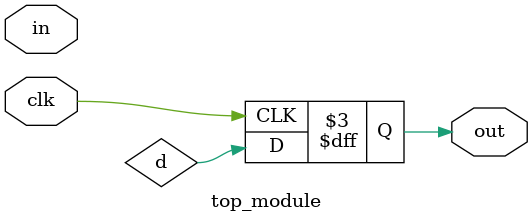
<source format=sv>
module top_module (
	input clk,
	input in,
	output logic out
);

logic d;

xor #(2) xor_gate(
  .a(in),
  .b(out),
  .o(d)
);

always_ff @(posedge clk) begin
  out <= d;
end

endmodule

</source>
